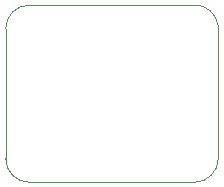
<source format=gbr>
%TF.GenerationSoftware,KiCad,Pcbnew,5.1.9+dfsg1-1+deb11u1*%
%TF.CreationDate,2023-07-29T18:46:00+09:00*%
%TF.ProjectId,probe-mount,70726f62-652d-46d6-9f75-6e742e6b6963,rev?*%
%TF.SameCoordinates,Original*%
%TF.FileFunction,Profile,NP*%
%FSLAX46Y46*%
G04 Gerber Fmt 4.6, Leading zero omitted, Abs format (unit mm)*
G04 Created by KiCad (PCBNEW 5.1.9+dfsg1-1+deb11u1) date 2023-07-29 18:46:00*
%MOMM*%
%LPD*%
G01*
G04 APERTURE LIST*
%TA.AperFunction,Profile*%
%ADD10C,0.050000*%
%TD*%
G04 APERTURE END LIST*
D10*
X138500000Y-130500000D02*
X138500000Y-119500000D01*
X154500000Y-132500000D02*
X140500000Y-132500000D01*
X156499999Y-119250001D02*
X156500000Y-130500000D01*
X140500000Y-117500000D02*
X154500001Y-117484437D01*
X138500000Y-119500000D02*
G75*
G02*
X140500000Y-117500000I2000000J0D01*
G01*
X154500001Y-117484437D02*
G75*
G02*
X156499999Y-119250001I-1J-2015563D01*
G01*
X156500000Y-130500000D02*
G75*
G02*
X154500000Y-132500000I-2000000J0D01*
G01*
X140500000Y-132500000D02*
G75*
G02*
X138500000Y-130500000I0J2000000D01*
G01*
M02*

</source>
